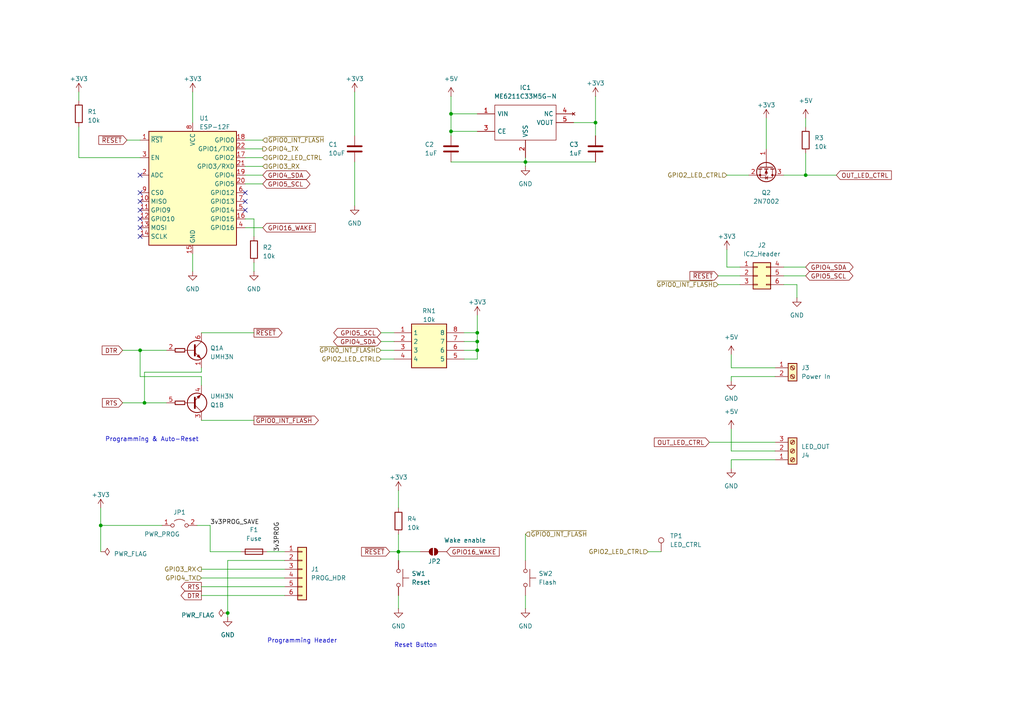
<source format=kicad_sch>
(kicad_sch (version 20231120) (generator "eeschema") (generator_version "8.0")
  (paper "A4")
  (title_block (company "chof.org"))
  (lib_symbols
    (symbol "Chof747 Voltage Regulators:ME6211C33M5G-N" (pin_names (offset 0.762))
      (property "Reference" "IC" (at 24.13 7.62 0))
      (property "Value" "ME6211C33M5G-N" (at 24.13 5.08 0))
      (symbol "ME6211C33M5G-N_0_0"
        (pin passive line (at 0 0 0) (length 5.08) (name "VIN") (number "1"))
        (pin passive line (at 13.97 -12.7 90) (length 5.08) (name "VSS") (number "2"))
        (pin passive line (at 0 -5.08 0) (length 5.08) (name "CE") (number "3"))
        (pin no_connect line (at 27.94 0 180) (length 5.08) (name "NC") (number "4"))
        (pin passive line (at 27.94 -2.54 180) (length 5.08) (name "VOUT") (number "5"))
      )
      (symbol "ME6211C33M5G-N_0_1"
        (polyline (pts (xy 5.08 2.54) (xy 22.86 2.54) (xy 22.86 -7.62) (xy 5.08 -7.62) (xy 5.08 2.54)) (stroke (width 0.1524)))
      )
    )
    (symbol "Chof747 passive:YC164-FR-0710KL"
      (property "Reference" "RN" (at 16.51 7.62 0))
      (property "Value" "YC164-FR-0710KL" (at 16.51 5.08 0))
      (symbol "YC164-FR-0710KL_1_1"
        (rectangle (start 5.08 2.54) (end 15.24 -10.16) (stroke (width 0.254)) (fill (type background)))
        (pin passive line (at 0 0 0) (length 5.08) (name "1") (number "1"))
        (pin passive line (at 0 -2.54 0) (length 5.08) (name "2") (number "2"))
        (pin passive line (at 0 -5.08 0) (length 5.08) (name "3") (number "3"))
        (pin passive line (at 0 -7.62 0) (length 5.08) (name "4") (number "4"))
        (pin passive line (at 20.32 -7.62 180) (length 5.08) (name "5") (number "5"))
        (pin passive line (at 20.32 -5.08 180) (length 5.08) (name "6") (number "6"))
        (pin passive line (at 20.32 -2.54 180) (length 5.08) (name "7") (number "7"))
        (pin passive line (at 20.32 0 180) (length 5.08) (name "8") (number "8"))
      )
    )
    (symbol "Connector:Screw_Terminal_01x02" (pin_names (offset 1.016) hide)
      (property "Reference" "J" (at 0 2.54 0))
      (property "Value" "Screw_Terminal_01x02" (at 0 -5.08 0))
      (symbol "Screw_Terminal_01x02_1_1"
        (rectangle (start -1.27 1.27) (end 1.27 -3.81) (stroke (width 0.254)) (fill (type background)))
        (circle (center 0 -2.54) (radius 0.635) (stroke (width 0.1524)))
        (polyline (pts (xy -0.5334 -2.2098) (xy 0.3302 -3.048)) (stroke (width 0.1524)))
        (polyline (pts (xy -0.5334 0.3302) (xy 0.3302 -0.508)) (stroke (width 0.1524)))
        (polyline (pts (xy -0.3556 -2.032) (xy 0.508 -2.8702)) (stroke (width 0.1524)))
        (polyline (pts (xy -0.3556 0.508) (xy 0.508 -0.3302)) (stroke (width 0.1524)))
        (circle (center 0 0) (radius 0.635) (stroke (width 0.1524)))
        (pin passive line (at -5.08 0 0) (length 3.81) (name "Pin_1") (number "1"))
        (pin passive line (at -5.08 -2.54 0) (length 3.81) (name "Pin_2") (number "2"))
      )
    )
    (symbol "Connector:Screw_Terminal_01x03" (pin_names (offset 1.016) hide)
      (property "Reference" "J" (at 0 5.08 0))
      (property "Value" "Screw_Terminal_01x03" (at 0 -5.08 0))
      (symbol "Screw_Terminal_01x03_1_1"
        (rectangle (start -1.27 3.81) (end 1.27 -3.81) (stroke (width 0.254)) (fill (type background)))
        (circle (center 0 -2.54) (radius 0.635) (stroke (width 0.1524)))
        (polyline (pts (xy -0.5334 -2.2098) (xy 0.3302 -3.048)) (stroke (width 0.1524)))
        (polyline (pts (xy -0.5334 0.3302) (xy 0.3302 -0.508)) (stroke (width 0.1524)))
        (polyline (pts (xy -0.5334 2.8702) (xy 0.3302 2.032)) (stroke (width 0.1524)))
        (polyline (pts (xy -0.3556 -2.032) (xy 0.508 -2.8702)) (stroke (width 0.1524)))
        (polyline (pts (xy -0.3556 0.508) (xy 0.508 -0.3302)) (stroke (width 0.1524)))
        (polyline (pts (xy -0.3556 3.048) (xy 0.508 2.2098)) (stroke (width 0.1524)))
        (circle (center 0 0) (radius 0.635) (stroke (width 0.1524)))
        (circle (center 0 2.54) (radius 0.635) (stroke (width 0.1524)))
        (pin passive line (at -5.08 2.54 0) (length 3.81) (name "Pin_1") (number "1"))
        (pin passive line (at -5.08 0 0) (length 3.81) (name "Pin_2") (number "2"))
        (pin passive line (at -5.08 -2.54 0) (length 3.81) (name "Pin_3") (number "3"))
      )
    )
    (symbol "Connector:TestPoint" (pin_numbers hide) (pin_names (offset 0.762) hide)
      (property "Reference" "TP" (at 0 6.858 0))
      (property "Value" "TestPoint" (at 0 5.08 0))
      (symbol "TestPoint_0_1"
        (circle (center 0 3.302) (radius 0.762))
      )
      (symbol "TestPoint_1_1"
        (pin passive line (at 0 0 90) (length 2.54) (name "1") (number "1"))
      )
    )
    (symbol "Connector_Generic:Conn_01x06" (pin_names (offset 1.016) hide)
      (property "Reference" "J" (at 0 7.62 0))
      (property "Value" "Conn_01x06" (at 0 -10.16 0))
      (symbol "Conn_01x06_1_1"
        (rectangle (start -1.27 -7.493) (end 0 -7.747) (stroke (width 0.1524)))
        (rectangle (start -1.27 -4.953) (end 0 -5.207) (stroke (width 0.1524)))
        (rectangle (start -1.27 -2.413) (end 0 -2.667) (stroke (width 0.1524)))
        (rectangle (start -1.27 0.127) (end 0 -0.127) (stroke (width 0.1524)))
        (rectangle (start -1.27 2.667) (end 0 2.413) (stroke (width 0.1524)))
        (rectangle (start -1.27 5.207) (end 0 4.953) (stroke (width 0.1524)))
        (rectangle (start -1.27 6.35) (end 1.27 -8.89) (stroke (width 0.254)) (fill (type background)))
        (pin passive line (at -5.08 5.08 0) (length 3.81) (name "Pin_1") (number "1"))
        (pin passive line (at -5.08 2.54 0) (length 3.81) (name "Pin_2") (number "2"))
        (pin passive line (at -5.08 0 0) (length 3.81) (name "Pin_3") (number "3"))
        (pin passive line (at -5.08 -2.54 0) (length 3.81) (name "Pin_4") (number "4"))
        (pin passive line (at -5.08 -5.08 0) (length 3.81) (name "Pin_5") (number "5"))
        (pin passive line (at -5.08 -7.62 0) (length 3.81) (name "Pin_6") (number "6"))
      )
    )
    (symbol "Connector_Generic:Conn_02x03_Top_Bottom" (pin_names (offset 1.016) hide)
      (property "Reference" "J" (at 1.27 5.08 0))
      (property "Value" "Conn_02x03_Top_Bottom" (at 1.27 -5.08 0))
      (symbol "Conn_02x03_Top_Bottom_1_1"
        (rectangle (start -1.27 -2.413) (end 0 -2.667) (stroke (width 0.1524)))
        (rectangle (start -1.27 0.127) (end 0 -0.127) (stroke (width 0.1524)))
        (rectangle (start -1.27 2.667) (end 0 2.413) (stroke (width 0.1524)))
        (rectangle (start -1.27 3.81) (end 3.81 -3.81) (stroke (width 0.254)) (fill (type background)))
        (rectangle (start 3.81 -2.413) (end 2.54 -2.667) (stroke (width 0.1524)))
        (rectangle (start 3.81 0.127) (end 2.54 -0.127) (stroke (width 0.1524)))
        (rectangle (start 3.81 2.667) (end 2.54 2.413) (stroke (width 0.1524)))
        (pin passive line (at -5.08 2.54 0) (length 3.81) (name "Pin_1") (number "1"))
        (pin passive line (at -5.08 0 0) (length 3.81) (name "Pin_2") (number "2"))
        (pin passive line (at -5.08 -2.54 0) (length 3.81) (name "Pin_3") (number "3"))
        (pin passive line (at 7.62 2.54 180) (length 3.81) (name "Pin_4") (number "4"))
        (pin passive line (at 7.62 0 180) (length 3.81) (name "Pin_5") (number "5"))
        (pin passive line (at 7.62 -2.54 180) (length 3.81) (name "Pin_6") (number "6"))
      )
    )
    (symbol "Device:C" (pin_numbers hide) (pin_names (offset 0.254))
      (property "Reference" "C" (at 0.635 2.54 0))
      (property "Value" "C" (at 0.635 -2.54 0))
      (symbol "C_0_1"
        (polyline (pts (xy -2.032 -0.762) (xy 2.032 -0.762)) (stroke (width 0.508)))
        (polyline (pts (xy -2.032 0.762) (xy 2.032 0.762)) (stroke (width 0.508)))
      )
      (symbol "C_1_1"
        (pin passive line (at 0 3.81 270) (length 2.794) (name "~") (number "1"))
        (pin passive line (at 0 -3.81 90) (length 2.794) (name "~") (number "2"))
      )
    )
    (symbol "Device:Fuse" (pin_numbers hide) (pin_names (offset 0))
      (property "Reference" "F" (at 2.032 0 90))
      (property "Value" "Fuse" (at -1.905 0 90))
      (symbol "Fuse_0_1"
        (rectangle (start -0.762 -2.54) (end 0.762 2.54) (stroke (width 0.254)))
        (polyline (pts (xy 0 2.54) (xy 0 -2.54)))
      )
      (symbol "Fuse_1_1"
        (pin passive line (at 0 3.81 270) (length 1.27) (name "~") (number "1"))
        (pin passive line (at 0 -3.81 90) (length 1.27) (name "~") (number "2"))
      )
    )
    (symbol "Device:R" (pin_numbers hide) (pin_names (offset 0))
      (property "Reference" "R" (at 2.032 0 90))
      (property "Value" "R" (at 0 0 90))
      (symbol "R_0_1"
        (rectangle (start -1.016 -2.54) (end 1.016 2.54) (stroke (width 0.254)))
      )
      (symbol "R_1_1"
        (pin passive line (at 0 3.81 270) (length 1.27) (name "~") (number "1"))
        (pin passive line (at 0 -3.81 90) (length 1.27) (name "~") (number "2"))
      )
    )
    (symbol "Jumper:Jumper_2_Open" (pin_names (offset 0) hide)
      (property "Reference" "JP" (at 0 2.794 0))
      (property "Value" "Jumper_2_Open" (at 0 -2.286 0))
      (symbol "Jumper_2_Open_0_0"
        (circle (center -2.032 0) (radius 0.508))
        (circle (center 2.032 0) (radius 0.508))
      )
      (symbol "Jumper_2_Open_0_1"
        (arc (start 1.524 1.27) (mid 0 1.778) (end -1.524 1.27))
      )
      (symbol "Jumper_2_Open_1_1"
        (pin passive line (at -5.08 0 0) (length 2.54) (name "A") (number "1"))
        (pin passive line (at 5.08 0 180) (length 2.54) (name "B") (number "2"))
      )
    )
    (symbol "Jumper:SolderJumper_2_Open" (pin_numbers hide) (pin_names (offset 0) hide) (exclude_from_sim yes) (in_bom no)
      (property "Reference" "JP" (at 0 2.032 0))
      (property "Value" "SolderJumper_2_Open" (at 0 -2.54 0))
      (symbol "SolderJumper_2_Open_0_1"
        (arc (start -0.254 1.016) (mid -1.2656 0) (end -0.254 -1.016))
        (arc (start -0.254 1.016) (mid -1.2656 0) (end -0.254 -1.016) (fill (type outline)))
        (polyline (pts (xy -0.254 1.016) (xy -0.254 -1.016)))
        (polyline (pts (xy 0.254 1.016) (xy 0.254 -1.016)))
        (arc (start 0.254 -1.016) (mid 1.2656 0) (end 0.254 1.016))
        (arc (start 0.254 -1.016) (mid 1.2656 0) (end 0.254 1.016) (fill (type outline)))
      )
      (symbol "SolderJumper_2_Open_1_1"
        (pin passive line (at -3.81 0 0) (length 2.54) (name "A") (number "1"))
        (pin passive line (at 3.81 0 180) (length 2.54) (name "B") (number "2"))
      )
    )
    (symbol "RF_Module:ESP-12F"
      (property "Reference" "U" (at -12.7 19.05 0))
      (property "Value" "ESP-12F" (at 12.7 19.05 0))
      (symbol "ESP-12F_0_1"
        (rectangle (start -12.7 17.78) (end 12.7 -15.24) (stroke (width 0.254)) (fill (type background)))
      )
      (symbol "ESP-12F_1_1"
        (pin input line (at -15.24 15.24 0) (length 2.54) (name "~{RST}") (number "1"))
        (pin bidirectional line (at -15.24 -2.54 0) (length 2.54) (name "MISO") (number "10"))
        (pin bidirectional line (at -15.24 -5.08 0) (length 2.54) (name "GPIO9") (number "11"))
        (pin bidirectional line (at -15.24 -7.62 0) (length 2.54) (name "GPIO10") (number "12"))
        (pin bidirectional line (at -15.24 -10.16 0) (length 2.54) (name "MOSI") (number "13"))
        (pin bidirectional line (at -15.24 -12.7 0) (length 2.54) (name "SCLK") (number "14"))
        (pin power_in line (at 0 -17.78 90) (length 2.54) (name "GND") (number "15"))
        (pin bidirectional line (at 15.24 -7.62 180) (length 2.54) (name "GPIO15") (number "16"))
        (pin bidirectional line (at 15.24 10.16 180) (length 2.54) (name "GPIO2") (number "17"))
        (pin bidirectional line (at 15.24 15.24 180) (length 2.54) (name "GPIO0") (number "18"))
        (pin bidirectional line (at 15.24 5.08 180) (length 2.54) (name "GPIO4") (number "19"))
        (pin input line (at -15.24 5.08 0) (length 2.54) (name "ADC") (number "2"))
        (pin bidirectional line (at 15.24 2.54 180) (length 2.54) (name "GPIO5") (number "20"))
        (pin bidirectional line (at 15.24 7.62 180) (length 2.54) (name "GPIO3/RXD") (number "21"))
        (pin bidirectional line (at 15.24 12.7 180) (length 2.54) (name "GPIO1/TXD") (number "22"))
        (pin input line (at -15.24 10.16 0) (length 2.54) (name "EN") (number "3"))
        (pin bidirectional line (at 15.24 -10.16 180) (length 2.54) (name "GPIO16") (number "4"))
        (pin bidirectional line (at 15.24 -5.08 180) (length 2.54) (name "GPIO14") (number "5"))
        (pin bidirectional line (at 15.24 0 180) (length 2.54) (name "GPIO12") (number "6"))
        (pin bidirectional line (at 15.24 -2.54 180) (length 2.54) (name "GPIO13") (number "7"))
        (pin power_in line (at 0 20.32 270) (length 2.54) (name "VCC") (number "8"))
        (pin input line (at -15.24 0 0) (length 2.54) (name "CS0") (number "9"))
      )
    )
    (symbol "Switch:SW_Push" (pin_numbers hide) (pin_names (offset 1.016) hide)
      (property "Reference" "SW" (at 1.27 2.54 0))
      (property "Value" "SW_Push" (at 0 -1.524 0))
      (symbol "SW_Push_0_1"
        (circle (center -2.032 0) (radius 0.508))
        (polyline (pts (xy 0 1.27) (xy 0 3.048)))
        (polyline (pts (xy 2.54 1.27) (xy -2.54 1.27)))
        (circle (center 2.032 0) (radius 0.508))
        (pin passive line (at -5.08 0 0) (length 2.54) (name "1") (number "1"))
        (pin passive line (at 5.08 0 180) (length 2.54) (name "2") (number "2"))
      )
    )
    (symbol "Transistor_BJT:UMH3N" (pin_names hide)
      (property "Reference" "Q" (at 7.62 1.27 0))
      (property "Value" "UMH3N" (at 7.62 -1.27 0))
      (symbol "UMH3N_0_1"
        (polyline (pts (xy 3.175 0) (xy 0.254 0)))
        (polyline (pts (xy 3.175 0.635) (xy 5.08 2.54)))
        (polyline (pts (xy 3.175 1.524) (xy 3.175 -1.524)) (stroke (width 0.508)))
        (polyline (pts (xy 3.175 -0.635) (xy 5.08 -2.54) (xy 5.08 -2.54)))
        (polyline (pts (xy 3.81 -1.778) (xy 4.318 -1.27) (xy 4.826 -2.286) (xy 3.81 -1.778) (xy 3.81 -1.778)) (fill (type outline)))
        (rectangle (start 0.254 0.508) (end -2.54 -0.508) (stroke (width 0.254)))
        (circle (center 3.81 0) (radius 2.8194) (stroke (width 0.254)))
      )
      (symbol "UMH3N_1_1"
        (pin passive line (at 5.08 -5.08 90) (length 2.54) (name "E1") (number "1"))
        (pin input line (at -5.08 0 0) (length 2.54) (name "B1") (number "2"))
        (pin passive line (at 5.08 5.08 270) (length 2.54) (name "C1") (number "6"))
      )
      (symbol "UMH3N_2_1"
        (pin passive line (at 5.08 5.08 270) (length 2.54) (name "C2") (number "3"))
        (pin passive line (at 5.08 -5.08 90) (length 2.54) (name "E2") (number "4"))
        (pin input line (at -5.08 0 0) (length 2.54) (name "B2") (number "5"))
      )
    )
    (symbol "Transistor_FET:2N7002" (pin_names hide)
      (property "Reference" "Q" (at 5.08 1.905 0))
      (property "Value" "2N7002" (at 5.08 0 0))
      (symbol "2N7002_0_1"
        (polyline (pts (xy 0.254 0) (xy -2.54 0)))
        (polyline (pts (xy 0.254 1.905) (xy 0.254 -1.905)) (stroke (width 0.254)))
        (polyline (pts (xy 0.762 -1.27) (xy 0.762 -2.286)) (stroke (width 0.254)))
        (polyline (pts (xy 0.762 0.508) (xy 0.762 -0.508)) (stroke (width 0.254)))
        (polyline (pts (xy 0.762 2.286) (xy 0.762 1.27)) (stroke (width 0.254)))
        (polyline (pts (xy 2.54 2.54) (xy 2.54 1.778)))
        (polyline (pts (xy 2.54 -2.54) (xy 2.54 0) (xy 0.762 0)))
        (polyline (pts (xy 0.762 -1.778) (xy 3.302 -1.778) (xy 3.302 1.778) (xy 0.762 1.778)))
        (polyline (pts (xy 1.016 0) (xy 2.032 0.381) (xy 2.032 -0.381) (xy 1.016 0)) (fill (type outline)))
        (polyline (pts (xy 2.794 0.508) (xy 2.921 0.381) (xy 3.683 0.381) (xy 3.81 0.254)))
        (polyline (pts (xy 3.302 0.381) (xy 2.921 -0.254) (xy 3.683 -0.254) (xy 3.302 0.381)))
        (circle (center 1.651 0) (radius 2.794) (stroke (width 0.254)))
        (circle (center 2.54 -1.778) (radius 0.254) (fill (type outline)))
        (circle (center 2.54 1.778) (radius 0.254) (fill (type outline)))
      )
      (symbol "2N7002_1_1"
        (pin input line (at -5.08 0 0) (length 2.54) (name "G") (number "1"))
        (pin passive line (at 2.54 -5.08 90) (length 2.54) (name "S") (number "2"))
        (pin passive line (at 2.54 5.08 270) (length 2.54) (name "D") (number "3"))
      )
    )
    (symbol "power:+3V3" (power) (pin_numbers hide) (pin_names (offset 0) hide)
      (property "Value" "+3V3" (at 0 3.556 0))
      (symbol "+3V3_0_1"
        (polyline (pts (xy -0.762 1.27) (xy 0 2.54)))
        (polyline (pts (xy 0 0) (xy 0 2.54)))
        (polyline (pts (xy 0 2.54) (xy 0.762 1.27)))
      )
      (symbol "+3V3_1_1"
        (pin power_in line (at 0 0 90) (length 0) (name "~") (number "1"))
      )
    )
    (symbol "power:+5V" (power) (pin_numbers hide) (pin_names (offset 0) hide)
      (property "Value" "+5V" (at 0 3.556 0))
      (symbol "+5V_0_1"
        (polyline (pts (xy -0.762 1.27) (xy 0 2.54)))
        (polyline (pts (xy 0 0) (xy 0 2.54)))
        (polyline (pts (xy 0 2.54) (xy 0.762 1.27)))
      )
      (symbol "+5V_1_1"
        (pin power_in line (at 0 0 90) (length 0) (name "~") (number "1"))
      )
    )
    (symbol "power:GND" (power) (pin_numbers hide) (pin_names (offset 0) hide)
      (property "Value" "GND" (at 0 -3.81 0))
      (symbol "GND_0_1"
        (polyline (pts (xy 0 0) (xy 0 -1.27) (xy 1.27 -1.27) (xy 0 -2.54) (xy -1.27 -1.27) (xy 0 -1.27)))
      )
      (symbol "GND_1_1"
        (pin power_in line (at 0 0 270) (length 0) (name "~") (number "1"))
      )
    )
    (symbol "power:PWR_FLAG" (power) (pin_numbers hide) (pin_names (offset 0) hide)
      (property "Value" "PWR_FLAG" (at 0 3.81 0))
      (symbol "PWR_FLAG_0_0"
        (pin power_out line (at 0 0 90) (length 0) (name "~") (number "1"))
      )
      (symbol "PWR_FLAG_0_1"
        (polyline (pts (xy 0 0) (xy 0 1.27) (xy -1.016 1.905) (xy 0 2.54) (xy 1.016 1.905) (xy 0 1.27)))
      )
    )
  )
  (junction (at 40.64 101.6))
  (junction (at 152.4 46.99))
  (junction (at 130.81 33.02))
  (junction (at 130.81 38.1))
  (junction (at 138.43 96.52))
  (junction (at 41.91 116.84))
  (junction (at 138.43 99.06))
  (junction (at 66.04 177.8))
  (junction (at 115.57 160.02))
  (junction (at 233.68 50.8))
  (junction (at 29.21 152.4))
  (junction (at 138.43 101.6))
  (junction (at 172.72 35.56))
  (no_connect (at 40.64 68.58))
  (no_connect (at 71.12 58.42))
  (no_connect (at 40.64 55.88))
  (no_connect (at 40.64 63.5))
  (no_connect (at 40.64 50.8))
  (no_connect (at 40.64 60.96))
  (no_connect (at 40.64 58.42))
  (no_connect (at 71.12 60.96))
  (no_connect (at 71.12 55.88))
  (no_connect (at 40.64 66.04))
  (wire (pts (xy 227.33 80.01) (xy 233.68 80.01)))
  (wire (pts (xy 40.64 101.6) (xy 40.64 109.22)))
  (wire (pts (xy 58.42 106.68) (xy 58.42 107.95)))
  (wire (pts (xy 35.56 116.84) (xy 41.91 116.84)))
  (wire (pts (xy 71.12 50.8) (xy 76.2 50.8)))
  (wire (pts (xy 227.33 77.47) (xy 233.68 77.47)))
  (wire (pts (xy 115.57 160.02) (xy 115.57 162.56)))
  (wire (pts (xy 210.82 77.47) (xy 214.63 77.47)))
  (wire (pts (xy 227.33 82.55) (xy 231.14 82.55)))
  (wire (pts (xy 41.91 116.84) (xy 48.26 116.84)))
  (wire (pts (xy 138.43 96.52) (xy 138.43 91.44)))
  (wire (pts (xy 233.68 50.8) (xy 242.57 50.8)))
  (wire (pts (xy 71.12 40.64) (xy 76.2 40.64)))
  (wire (pts (xy 41.91 107.95) (xy 58.42 107.95)))
  (wire (pts (xy 29.21 152.4) (xy 29.21 160.02)))
  (wire (pts (xy 71.12 48.26) (xy 76.2 48.26)))
  (wire (pts (xy 212.09 106.68) (xy 224.79 106.68)))
  (wire (pts (xy 212.09 110.49) (xy 212.09 109.22)))
  (wire (pts (xy 29.21 152.4) (xy 46.99 152.4)))
  (wire (pts (xy 29.21 147.32) (xy 29.21 152.4)))
  (wire (pts (xy 115.57 172.72) (xy 115.57 176.53)))
  (wire (pts (xy 113.03 160.02) (xy 115.57 160.02)))
  (wire (pts (xy 66.04 162.56) (xy 82.55 162.56)))
  (wire (pts (xy 58.42 165.1) (xy 82.55 165.1)))
  (wire (pts (xy 115.57 154.94) (xy 115.57 160.02)))
  (wire (pts (xy 71.12 63.5) (xy 73.66 63.5)))
  (wire (pts (xy 172.72 27.94) (xy 172.72 35.56)))
  (wire (pts (xy 55.88 26.67) (xy 55.88 35.56)))
  (wire (pts (xy 152.4 46.99) (xy 172.72 46.99)))
  (wire (pts (xy 130.81 27.94) (xy 130.81 33.02)))
  (wire (pts (xy 58.42 121.92) (xy 73.66 121.92)))
  (wire (pts (xy 36.83 40.64) (xy 40.64 40.64)))
  (wire (pts (xy 71.12 53.34) (xy 76.2 53.34)))
  (wire (pts (xy 71.12 45.72) (xy 76.2 45.72)))
  (wire (pts (xy 58.42 167.64) (xy 82.55 167.64)))
  (wire (pts (xy 152.4 154.94) (xy 152.4 162.56)))
  (wire (pts (xy 134.62 99.06) (xy 138.43 99.06)))
  (wire (pts (xy 231.14 82.55) (xy 231.14 86.36)))
  (wire (pts (xy 60.96 152.4) (xy 57.15 152.4)))
  (wire (pts (xy 212.09 135.89) (xy 212.09 133.35)))
  (wire (pts (xy 115.57 142.24) (xy 115.57 147.32)))
  (wire (pts (xy 73.66 63.5) (xy 73.66 68.58)))
  (wire (pts (xy 130.81 46.99) (xy 152.4 46.99)))
  (wire (pts (xy 212.09 102.87) (xy 212.09 106.68)))
  (wire (pts (xy 210.82 72.39) (xy 210.82 77.47)))
  (wire (pts (xy 187.96 160.02) (xy 191.77 160.02)))
  (wire (pts (xy 208.28 82.55) (xy 214.63 82.55)))
  (wire (pts (xy 58.42 109.22) (xy 58.42 111.76)))
  (wire (pts (xy 205.74 128.27) (xy 224.79 128.27)))
  (wire (pts (xy 22.86 36.83) (xy 22.86 45.72)))
  (wire (pts (xy 212.09 109.22) (xy 224.79 109.22)))
  (wire (pts (xy 66.04 177.8) (xy 66.04 179.07)))
  (wire (pts (xy 71.12 66.04) (xy 76.2 66.04)))
  (wire (pts (xy 22.86 29.21) (xy 22.86 26.67)))
  (wire (pts (xy 138.43 99.06) (xy 138.43 96.52)))
  (wire (pts (xy 35.56 101.6) (xy 40.64 101.6)))
  (wire (pts (xy 110.49 99.06) (xy 114.3 99.06)))
  (wire (pts (xy 66.04 162.56) (xy 66.04 177.8)))
  (wire (pts (xy 152.4 45.72) (xy 152.4 46.99)))
  (wire (pts (xy 58.42 170.18) (xy 82.55 170.18)))
  (wire (pts (xy 130.81 38.1) (xy 130.81 39.37)))
  (wire (pts (xy 22.86 45.72) (xy 40.64 45.72)))
  (wire (pts (xy 130.81 33.02) (xy 138.43 33.02)))
  (wire (pts (xy 77.47 160.02) (xy 82.55 160.02)))
  (wire (pts (xy 134.62 104.14) (xy 138.43 104.14)))
  (wire (pts (xy 212.09 124.46) (xy 212.09 130.81)))
  (wire (pts (xy 102.87 46.99) (xy 102.87 59.69)))
  (wire (pts (xy 152.4 172.72) (xy 152.4 176.53)))
  (wire (pts (xy 233.68 50.8) (xy 227.33 50.8)))
  (wire (pts (xy 58.42 96.52) (xy 73.66 96.52)))
  (wire (pts (xy 58.42 172.72) (xy 82.55 172.72)))
  (wire (pts (xy 60.96 152.4) (xy 60.96 160.02)))
  (wire (pts (xy 115.57 160.02) (xy 121.92 160.02)))
  (wire (pts (xy 212.09 133.35) (xy 224.79 133.35)))
  (wire (pts (xy 210.82 50.8) (xy 217.17 50.8)))
  (wire (pts (xy 134.62 96.52) (xy 138.43 96.52)))
  (wire (pts (xy 138.43 38.1) (xy 130.81 38.1)))
  (wire (pts (xy 71.12 43.18) (xy 76.2 43.18)))
  (wire (pts (xy 110.49 104.14) (xy 114.3 104.14)))
  (wire (pts (xy 172.72 35.56) (xy 172.72 39.37)))
  (wire (pts (xy 233.68 44.45) (xy 233.68 50.8)))
  (wire (pts (xy 55.88 73.66) (xy 55.88 78.74)))
  (wire (pts (xy 138.43 101.6) (xy 138.43 99.06)))
  (wire (pts (xy 41.91 107.95) (xy 41.91 116.84)))
  (wire (pts (xy 110.49 101.6) (xy 114.3 101.6)))
  (wire (pts (xy 73.66 76.2) (xy 73.66 78.74)))
  (wire (pts (xy 208.28 80.01) (xy 214.63 80.01)))
  (wire (pts (xy 60.96 160.02) (xy 69.85 160.02)))
  (wire (pts (xy 152.4 46.99) (xy 152.4 48.26)))
  (wire (pts (xy 110.49 96.52) (xy 114.3 96.52)))
  (wire (pts (xy 166.37 35.56) (xy 172.72 35.56)))
  (wire (pts (xy 40.64 109.22) (xy 58.42 109.22)))
  (wire (pts (xy 212.09 130.81) (xy 224.79 130.81)))
  (wire (pts (xy 134.62 101.6) (xy 138.43 101.6)))
  (wire (pts (xy 222.25 34.29) (xy 222.25 43.18)))
  (wire (pts (xy 40.64 101.6) (xy 48.26 101.6)))
  (wire (pts (xy 138.43 104.14) (xy 138.43 101.6)))
  (wire (pts (xy 233.68 34.29) (xy 233.68 36.83)))
  (wire (pts (xy 130.81 38.1) (xy 130.81 33.02)))
  (wire (pts (xy 102.87 26.67) (xy 102.87 39.37)))
  (text "Programming & Auto-Reset" (at 30.48 128.27 0) (effects (font (size 1.27 1.27)) (justify left bottom)))
  (text "Reset Button" (at 114.3 187.96 0) (effects (font (size 1.27 1.27)) (justify left bottom)))
  (text "Programming Header" (at 77.47 186.69 0) (effects (font (size 1.27 1.27)) (justify left bottom)))
  (label "3v3PROG_SAVE" (at 60.96 152.4 0))
  (label "3v3PROG" (at 81.28 160.02 90))
  (global_label "GPIO5_SCL" (shape bidirectional) (at 110.49 96.52 180) (property "Intersheetrefs" "${INTERSHEET_REFS}" (effects (hide yes))))
  (global_label "~{GPIO0_INT_FLASH}" (shape output) (at 73.66 121.92 0) (property "Intersheetrefs" "${INTERSHEET_REFS}" (effects (hide yes))))
  (global_label "OUT_LED_CTRL" (shape input) (at 242.57 50.8 0) (property "Intersheetrefs" "${INTERSHEET_REFS}" (effects (hide yes))))
  (global_label "~{RESET}" (shape input) (at 113.03 160.02 180) (property "Intersheetrefs" "${INTERSHEET_REFS}" (effects (hide yes))))
  (global_label "DTR" (shape input) (at 35.56 101.6 180) (property "Intersheetrefs" "${INTERSHEET_REFS}" (effects (hide yes))))
  (global_label "GPIO4_SDA" (shape bidirectional) (at 233.68 77.47 0) (property "Intersheetrefs" "${INTERSHEET_REFS}" (effects (hide yes))))
  (global_label "OUT_LED_CTRL" (shape input) (at 205.74 128.27 180) (property "Intersheetrefs" "${INTERSHEET_REFS}" (effects (hide yes))))
  (global_label "RTS" (shape output) (at 58.42 170.18 180) (property "Intersheetrefs" "${INTERSHEET_REFS}" (effects (hide yes))))
  (global_label "RTS" (shape input) (at 35.56 116.84 180) (property "Intersheetrefs" "${INTERSHEET_REFS}" (effects (hide yes))))
  (global_label "~{RESET}" (shape input) (at 36.83 40.64 180) (property "Intersheetrefs" "${INTERSHEET_REFS}" (effects (hide yes))))
  (global_label "DTR" (shape output) (at 58.42 172.72 180) (property "Intersheetrefs" "${INTERSHEET_REFS}" (effects (hide yes))))
  (global_label "GPIO16_WAKE" (shape input) (at 129.54 160.02 0) (property "Intersheetrefs" "${INTERSHEET_REFS}" (effects (hide yes))))
  (global_label "~{RESET}" (shape input) (at 208.28 80.01 180) (property "Intersheetrefs" "${INTERSHEET_REFS}" (effects (hide yes))))
  (global_label "GPIO4_SDA" (shape bidirectional) (at 110.49 99.06 180) (property "Intersheetrefs" "${INTERSHEET_REFS}" (effects (hide yes))))
  (global_label "GPIO5_SCL" (shape bidirectional) (at 76.2 53.34 0) (property "Intersheetrefs" "${INTERSHEET_REFS}" (effects (hide yes))))
  (global_label "~{RESET}" (shape output) (at 73.66 96.52 0) (property "Intersheetrefs" "${INTERSHEET_REFS}" (effects (hide yes))))
  (global_label "GPIO4_SDA" (shape bidirectional) (at 76.2 50.8 0) (property "Intersheetrefs" "${INTERSHEET_REFS}" (effects (hide yes))))
  (global_label "GPIO5_SCL" (shape bidirectional) (at 233.68 80.01 0) (property "Intersheetrefs" "${INTERSHEET_REFS}" (effects (hide yes))))
  (global_label "GPIO16_WAKE" (shape input) (at 76.2 66.04 0) (property "Intersheetrefs" "${INTERSHEET_REFS}" (effects (hide yes))))
  (hierarchical_label "GPIO2_LED_CTRL" (shape input) (at 187.96 160.02 180))
  (hierarchical_label "~{GPIO0_INT_FLASH}" (shape input) (at 76.2 40.64 0))
  (hierarchical_label "GPIO2_LED_CTRL" (shape input) (at 110.49 104.14 180))
  (hierarchical_label "GPIO4_TX" (shape input) (at 58.42 167.64 180))
  (hierarchical_label "GPIO4_TX" (shape output) (at 76.2 43.18 0))
  (hierarchical_label "GPIO2_LED_CTRL" (shape input) (at 76.2 45.72 0))
  (hierarchical_label "GPIO3_RX" (shape output) (at 58.42 165.1 180))
  (hierarchical_label "GPIO3_RX" (shape input) (at 76.2 48.26 0))
  (hierarchical_label "~{GPIO0_INT_FLASH}" (shape input) (at 208.28 82.55 180))
  (hierarchical_label "~{GPIO0_INT_FLASH}" (shape input) (at 152.4 154.94 0))
  (hierarchical_label "~{GPIO0_INT_FLASH}" (shape input) (at 110.49 101.6 180))
  (hierarchical_label "GPIO2_LED_CTRL" (shape input) (at 210.82 50.8 180))
  (symbol (lib_id "Jumper:SolderJumper_2_Open") (at 125.73 160.02 0) (unit 1) (exclude_from_sim yes) (in_bom no)
    (property "Reference" "JP2" (at 125.984 162.814 0))
    (property "Value" "Wake enable" (at 134.874 156.718 0))
    (property "Footprint" "Jumper:SolderJumper-2_P1.3mm_Open_Pad1.0x1.5mm" (effects (hide yes)))
    (property "Description" "Solder Jumper, 2-pole, open" (effects (hide yes)))
  )
  (symbol (lib_id "power:+3V3") (at 102.87 26.67 0) (unit 1)
    (property "Reference" "#PWR05" (effects (hide yes)))
    (property "Value" "+3V3" (at 102.87 22.86 0))
    (property "Description" "Power symbol creates a global label with name \"+3V3\"" (effects (hide yes)))
  )
  (symbol (lib_id "Device:C") (at 172.72 43.18 0) (unit 1)
    (property "Reference" "C3" (at 165.1 41.91 0) (effects (justify left)))
    (property "Value" "1uF" (at 165.1 44.45 0) (effects (justify left)))
    (property "Footprint" "Capacitor_SMD:C_0603_1608Metric_Pad1.08x0.95mm_HandSolder" (effects (hide yes)))
    (property "Description" "Unpolarized capacitor" (effects (hide yes)))
  )
  (symbol (lib_id "power:GND") (at 115.57 176.53 0) (unit 1)
    (property "Reference" "#PWR016" (effects (hide yes)))
    (property "Value" "GND" (at 115.57 181.61 0))
    (property "Description" "Power symbol creates a global label with name \"GND\" , ground" (effects (hide yes)))
  )
  (symbol (lib_id "power:GND") (at 212.09 110.49 0) (unit 1)
    (property "Reference" "#PWR021" (effects (hide yes)))
    (property "Value" "GND" (at 212.09 115.57 0))
    (property "Description" "Power symbol creates a global label with name \"GND\" , ground" (effects (hide yes)))
  )
  (symbol (lib_id "Transistor_BJT:UMH3N") (at 53.34 116.84 0) (mirror x) (unit 2)
    (property "Reference" "Q1" (at 60.96 117.475 0) (effects (justify left)))
    (property "Value" "UMH3N" (at 60.96 114.935 0) (effects (justify left)))
    (property "Footprint" "Package_TO_SOT_SMD:SOT-363_SC-70-6" (effects (hide yes)))
    (property "Datasheet" "http://rohmfs.rohm.com/en/products/databook/datasheet/discrete/transistor/digital/emh3t2r-e.pdf" (effects (hide yes)))
    (property "Description" "0.1A Ic, 50V Vce, Dual NPN Input Resistor Transistors, SOT-363" (effects (hide yes)))
  )
  (symbol (lib_id "Switch:SW_Push") (at 115.57 167.64 270) (unit 1)
    (property "Reference" "SW1" (at 119.38 166.3699 90) (effects (justify left)))
    (property "Value" "Reset" (at 119.38 168.9099 90) (effects (justify left)))
    (property "Footprint" "Chof747 Footprints:KEY-SMD_L3.9-W3.0-LS5.0-EH" (effects (hide yes)))
    (property "Description" "Push button switch, generic, two pins" (effects (hide yes)))
  )
  (symbol (lib_id "power:GND") (at 55.88 78.74 0) (unit 1)
    (property "Reference" "#PWR03" (effects (hide yes)))
    (property "Value" "GND" (at 55.88 83.82 0))
    (property "Description" "Power symbol creates a global label with name \"GND\" , ground" (effects (hide yes)))
  )
  (symbol (lib_id "Device:R") (at 233.68 40.64 0) (unit 1)
    (property "Reference" "R3" (at 236.22 40.005 0) (effects (justify left)))
    (property "Value" "10k" (at 236.22 42.545 0) (effects (justify left)))
    (property "Footprint" "Resistor_SMD:R_0603_1608Metric_Pad0.98x0.95mm_HandSolder" (effects (hide yes)))
    (property "Description" "Resistor" (effects (hide yes)))
  )
  (symbol (lib_id "power:+5V") (at 130.81 27.94 0) (unit 1)
    (property "Reference" "#PWR010" (effects (hide yes)))
    (property "Value" "+5V" (at 130.81 22.86 0))
    (property "Description" "Power symbol creates a global label with name \"+5V\"" (effects (hide yes)))
  )
  (symbol (lib_id "power:GND") (at 212.09 135.89 0) (unit 1)
    (property "Reference" "#PWR023" (effects (hide yes)))
    (property "Value" "GND" (at 212.09 140.97 0))
    (property "Description" "Power symbol creates a global label with name \"GND\" , ground" (effects (hide yes)))
  )
  (symbol (lib_id "Device:R") (at 22.86 33.02 0) (unit 1)
    (property "Reference" "R1" (at 25.4 32.385 0) (effects (justify left)))
    (property "Value" "10k" (at 25.4 34.925 0) (effects (justify left)))
    (property "Footprint" "Resistor_SMD:R_0603_1608Metric_Pad0.98x0.95mm_HandSolder" (effects (hide yes)))
    (property "Description" "Resistor" (effects (hide yes)))
  )
  (symbol (lib_id "Device:C") (at 130.81 43.18 0) (unit 1)
    (property "Reference" "C2" (at 123.19 41.91 0) (effects (justify left)))
    (property "Value" "1uF" (at 123.19 44.45 0) (effects (justify left)))
    (property "Footprint" "Capacitor_SMD:C_0603_1608Metric_Pad1.08x0.95mm_HandSolder" (effects (hide yes)))
    (property "Description" "Unpolarized capacitor" (effects (hide yes)))
  )
  (symbol (lib_id "power:GND") (at 231.14 86.36 0) (unit 1)
    (property "Reference" "#PWR019" (effects (hide yes)))
    (property "Value" "GND" (at 231.14 91.44 0))
    (property "Description" "Power symbol creates a global label with name \"GND\" , ground" (effects (hide yes)))
  )
  (symbol (lib_id "power:GND") (at 102.87 59.69 0) (unit 1)
    (property "Reference" "#PWR06" (effects (hide yes)))
    (property "Value" "GND" (at 102.87 64.77 0))
    (property "Description" "Power symbol creates a global label with name \"GND\" , ground" (effects (hide yes)))
  )
  (symbol (lib_id "power:GND") (at 73.66 78.74 0) (unit 1)
    (property "Reference" "#PWR04" (effects (hide yes)))
    (property "Value" "GND" (at 73.66 83.82 0))
    (property "Description" "Power symbol creates a global label with name \"GND\" , ground" (effects (hide yes)))
  )
  (symbol (lib_id "power:+3V3") (at 115.57 142.24 0) (unit 1)
    (property "Reference" "#PWR015" (effects (hide yes)))
    (property "Value" "+3V3" (at 115.57 138.43 0))
    (property "Description" "Power symbol creates a global label with name \"+3V3\"" (effects (hide yes)))
  )
  (symbol (lib_id "RF_Module:ESP-12F") (at 55.88 55.88 0) (unit 1)
    (property "Reference" "U1" (at 57.8359 34.29 0) (effects (justify left)))
    (property "Value" "ESP-12F" (at 57.8359 36.83 0) (effects (justify left)))
    (property "Footprint" "RF_Module:ESP-12E" (effects (hide yes)))
    (property "Datasheet" "http://wiki.ai-thinker.com/_media/esp8266/esp8266_series_modules_user_manual_v1.1.pdf" (effects (hide yes)))
    (property "Description" "802.11 b/g/n Wi-Fi Module" (effects (hide yes)))
  )
  (symbol (lib_id "power:PWR_FLAG") (at 29.21 160.02 270) (unit 1)
    (property "Reference" "#FLG01" (effects (hide yes)))
    (property "Value" "PWR_FLAG" (at 33.02 160.655 90) (effects (justify left)))
    (property "Description" "Special symbol for telling ERC where power comes from" (effects (hide yes)))
  )
  (symbol (lib_id "power:+3V3") (at 210.82 72.39 0) (unit 1)
    (property "Reference" "#PWR018" (effects (hide yes)))
    (property "Value" "+3V3" (at 210.82 68.58 0))
    (property "Description" "Power symbol creates a global label with name \"+3V3\"" (effects (hide yes)))
  )
  (symbol (lib_id "power:+5V") (at 212.09 124.46 0) (unit 1)
    (property "Reference" "#PWR022" (effects (hide yes)))
    (property "Value" "+5V" (at 212.09 119.38 0))
    (property "Description" "Power symbol creates a global label with name \"+5V\"" (effects (hide yes)))
  )
  (symbol (lib_id "power:+3V3") (at 172.72 27.94 0) (unit 1)
    (property "Reference" "#PWR011" (effects (hide yes)))
    (property "Value" "+3V3" (at 172.72 24.13 0))
    (property "Description" "Power symbol creates a global label with name \"+3V3\"" (effects (hide yes)))
  )
  (symbol (lib_id "Connector:Screw_Terminal_01x02") (at 229.87 106.68 0) (unit 1)
    (property "Reference" "J3" (at 232.41 106.6799 0) (effects (justify left)))
    (property "Value" "Power In" (at 232.41 109.2199 0) (effects (justify left)))
    (property "Footprint" "TerminalBlock:TerminalBlock_bornier-2_P5.08mm" (effects (hide yes)))
    (property "Description" "Generic screw terminal, single row, 01x02, script generated (kicad-library-utils/schlib/autogen/connector/)" (effects (hide yes)))
  )
  (symbol (lib_id "Chof747 passive:YC164-FR-0710KL") (at 114.3 96.52 0) (unit 1)
    (property "Reference" "RN1" (at 124.46 90.17 0))
    (property "Value" "10k" (at 124.46 92.71 0))
    (property "Footprint" "YC164JR07220RL" (effects (hide yes)))
    (property "Datasheet" "https://www.mouser.com/datasheet/2/447/PYu-YC_TC_group_51_RoHS_L_7-1313905.pdf" (effects (hide yes)))
    (property "Description" "YAGEO - YC164-FR-0710KL - RESISTOR, ARRAY, 1% 10K" (effects (hide yes)))
    (property "Height" "0" (effects (hide yes)))
    (property "Manufacturer_Name" "KEMET" (effects (hide yes)))
    (property "Manufacturer_Part_Number" "YC164-FR-0710KL" (effects (hide yes)))
    (property "Mouser Part Number" "603-YC164-FR-0710KL" (effects (hide yes)))
    (property "Mouser Price/Stock" "https://www.mouser.co.uk/ProductDetail/Yageo/YC164-FR-0710KL/?qs=8cPjvKtxWv4rLfyjGsoQQw%3D%3D" (effects (hide yes)))
    (property "Arrow Part Number" "YC164-FR-0710KL" (effects (hide yes)))
    (property "Arrow Price/Stock" "https://www.arrow.com/en/products/yc164-fr-0710kl/yageo?region=nac" (effects (hide yes)))
  )
  (symbol (lib_id "Connector_Generic:Conn_02x03_Top_Bottom") (at 219.71 80.01 0) (unit 1)
    (property "Reference" "J2" (at 220.98 71.12 0))
    (property "Value" "IC2_Header" (at 220.98 73.66 0))
    (property "Footprint" "Chof747 Connectors:HDR-TH_6P-P2.54-V-F-R2-C3-S2.54-4" (effects (hide yes)))
    (property "Description" "Generic connector, double row, 02x03, top/bottom pin numbering scheme (row 1: 1...pins_per_row, row2: pins_per_row+1 ... num_pins), script generated (kicad-library-utils/schlib/autogen/connector/)" (effects (hide yes)))
  )
  (symbol (lib_id "power:+3V3") (at 29.21 147.32 0) (unit 1)
    (property "Reference" "#PWR013" (effects (hide yes)))
    (property "Value" "+3V3" (at 29.21 143.51 0))
    (property "Description" "Power symbol creates a global label with name \"+3V3\"" (effects (hide yes)))
  )
  (symbol (lib_id "Switch:SW_Push") (at 152.4 167.64 270) (unit 1)
    (property "Reference" "SW2" (at 156.21 166.3699 90) (effects (justify left)))
    (property "Value" "Flash" (at 156.21 168.9099 90) (effects (justify left)))
    (property "Footprint" "Chof747 Footprints:KEY-SMD_L3.9-W3.0-LS5.0-EH" (effects (hide yes)))
    (property "Description" "Push button switch, generic, two pins" (effects (hide yes)))
  )
  (symbol (lib_id "power:+5V") (at 212.09 102.87 0) (unit 1)
    (property "Reference" "#PWR020" (effects (hide yes)))
    (property "Value" "+5V" (at 212.09 97.79 0))
    (property "Description" "Power symbol creates a global label with name \"+5V\"" (effects (hide yes)))
  )
  (symbol (lib_id "Device:R") (at 73.66 72.39 0) (unit 1)
    (property "Reference" "R2" (at 76.2 71.755 0) (effects (justify left)))
    (property "Value" "10k" (at 76.2 74.295 0) (effects (justify left)))
    (property "Footprint" "Resistor_SMD:R_0603_1608Metric_Pad0.98x0.95mm_HandSolder" (effects (hide yes)))
    (property "Description" "Resistor" (effects (hide yes)))
  )
  (symbol (lib_id "power:+3V3") (at 138.43 91.44 0) (unit 1)
    (property "Reference" "#PWR07" (effects (hide yes)))
    (property "Value" "+3V3" (at 138.43 87.63 0))
    (property "Description" "Power symbol creates a global label with name \"+3V3\"" (effects (hide yes)))
  )
  (symbol (lib_id "Chof747 Voltage Regulators:ME6211C33M5G-N") (at 138.43 33.02 0) (unit 1)
    (property "Reference" "IC1" (at 152.4 25.4 0))
    (property "Value" "ME6211C33M5G-N" (at 152.4 27.94 0))
    (property "Footprint" "SOT95P270X145-5N" (effects (hide yes)))
    (property "Datasheet" "https://datasheet.lcsc.com/szlcsc/1811131510_MICRONE-Nanjing-Micro-One-Elec-ME6211C33M5G-N_C82942.pdf" (effects (hide yes)))
    (property "Description" "Fixed 6V 3.3V 500mA SOT-23-5 Low Dropout Regulators(LDO) RoHS" (effects (hide yes)))
    (property "Height" "1.45" (effects (hide yes)))
    (property "Manufacturer_Name" "Microne" (effects (hide yes)))
    (property "Manufacturer_Part_Number" "ME6211C33M5G-N" (effects (hide yes)))
  )
  (symbol (lib_id "Connector_Generic:Conn_01x06") (at 87.63 165.1 0) (unit 1)
    (property "Reference" "J1" (at 90.17 165.0999 0) (effects (justify left)))
    (property "Value" "PROG_HDR" (at 90.17 167.6399 0) (effects (justify left)))
    (property "Footprint" "Connector_PinHeader_2.54mm:PinHeader_1x06_P2.54mm_Vertical" (effects (hide yes)))
    (property "Description" "Generic connector, single row, 01x06, script generated (kicad-library-utils/schlib/autogen/connector/)" (effects (hide yes)))
  )
  (symbol (lib_id "Transistor_FET:2N7002") (at 222.25 48.26 270) (unit 1)
    (property "Reference" "Q2" (at 222.25 55.88 90))
    (property "Value" "2N7002" (at 222.25 58.42 90))
    (property "Footprint" "Package_TO_SOT_SMD:SOT-23" (effects (hide yes)))
    (property "Datasheet" "https://www.onsemi.com/pub/Collateral/NDS7002A-D.PDF" (effects (hide yes)))
    (property "Description" "0.115A Id, 60V Vds, N-Channel MOSFET, SOT-23" (effects (hide yes)))
  )
  (symbol (lib_id "power:GND") (at 152.4 176.53 0) (unit 1)
    (property "Reference" "#PWR017" (effects (hide yes)))
    (property "Value" "GND" (at 152.4 181.61 0))
    (property "Description" "Power symbol creates a global label with name \"GND\" , ground" (effects (hide yes)))
  )
  (symbol (lib_id "power:+3V3") (at 222.25 34.29 0) (unit 1)
    (property "Reference" "#PWR09" (effects (hide yes)))
    (property "Value" "+3V3" (at 222.25 30.48 0))
    (property "Description" "Power symbol creates a global label with name \"+3V3\"" (effects (hide yes)))
  )
  (symbol (lib_id "power:+3V3") (at 22.86 26.67 0) (unit 1)
    (property "Reference" "#PWR01" (effects (hide yes)))
    (property "Value" "+3V3" (at 22.86 22.86 0))
    (property "Description" "Power symbol creates a global label with name \"+3V3\"" (effects (hide yes)))
  )
  (symbol (lib_id "Device:R") (at 115.57 151.13 0) (unit 1)
    (property "Reference" "R4" (at 118.11 150.495 0) (effects (justify left)))
    (property "Value" "10k" (at 118.11 153.035 0) (effects (justify left)))
    (property "Footprint" "Resistor_SMD:R_0603_1608Metric_Pad0.98x0.95mm_HandSolder" (effects (hide yes)))
    (property "Description" "Resistor" (effects (hide yes)))
  )
  (symbol (lib_id "Device:C") (at 102.87 43.18 0) (unit 1)
    (property "Reference" "C1" (at 95.25 41.91 0) (effects (justify left)))
    (property "Value" "10uF" (at 95.25 44.45 0) (effects (justify left)))
    (property "Footprint" "Capacitor_SMD:C_0603_1608Metric_Pad1.08x0.95mm_HandSolder" (effects (hide yes)))
    (property "Description" "Unpolarized capacitor" (effects (hide yes)))
  )
  (symbol (lib_id "Connector:TestPoint") (at 191.77 160.02 0) (unit 1)
    (property "Reference" "TP1" (at 194.31 155.4479 0) (effects (justify left)))
    (property "Value" "LED_CTRL" (at 194.31 157.9879 0) (effects (justify left)))
    (property "Footprint" "TestPoint:TestPoint_Pad_2.0x2.0mm" (effects (hide yes)))
    (property "Description" "test point" (effects (hide yes)))
  )
  (symbol (lib_id "Jumper:Jumper_2_Open") (at 52.07 152.4 0) (unit 1)
    (property "Reference" "JP1" (at 52.07 148.59 0))
    (property "Value" "PWR_PROG" (at 46.99 154.94 0))
    (property "Footprint" "Connector_PinHeader_2.54mm:PinHeader_1x02_P2.54mm_Vertical" (effects (hide yes)))
    (property "Description" "Jumper, 2-pole, open" (effects (hide yes)))
  )
  (symbol (lib_id "Transistor_BJT:UMH3N") (at 53.34 101.6 0) (unit 1)
    (property "Reference" "Q1" (at 60.96 100.965 0) (effects (justify left)))
    (property "Value" "UMH3N" (at 60.96 103.505 0) (effects (justify left)))
    (property "Footprint" "Package_TO_SOT_SMD:SOT-363_SC-70-6" (effects (hide yes)))
    (property "Datasheet" "http://rohmfs.rohm.com/en/products/databook/datasheet/discrete/transistor/digital/emh3t2r-e.pdf" (effects (hide yes)))
    (property "Description" "0.1A Ic, 50V Vce, Dual NPN Input Resistor Transistors, SOT-363" (effects (hide yes)))
  )
  (symbol (lib_id "power:+3V3") (at 55.88 26.67 0) (unit 1)
    (property "Reference" "#PWR02" (effects (hide yes)))
    (property "Value" "+3V3" (at 55.88 22.86 0))
    (property "Description" "Power symbol creates a global label with name \"+3V3\"" (effects (hide yes)))
  )
  (symbol (lib_id "power:GND") (at 152.4 48.26 0) (unit 1)
    (property "Reference" "#PWR012" (effects (hide yes)))
    (property "Value" "GND" (at 152.4 53.34 0))
    (property "Description" "Power symbol creates a global label with name \"GND\" , ground" (effects (hide yes)))
  )
  (symbol (lib_id "Connector:Screw_Terminal_01x03") (at 229.87 130.81 0) (mirror x) (unit 1)
    (property "Reference" "J4" (at 232.41 132.0801 0) (effects (justify left)))
    (property "Value" "LED_OUT" (at 232.41 129.5401 0) (effects (justify left)))
    (property "Footprint" "TerminalBlock:TerminalBlock_bornier-3_P5.08mm" (effects (hide yes)))
    (property "Description" "Generic screw terminal, single row, 01x03, script generated (kicad-library-utils/schlib/autogen/connector/)" (effects (hide yes)))
  )
  (symbol (lib_id "power:+5V") (at 233.68 34.29 0) (unit 1)
    (property "Reference" "#PWR08" (effects (hide yes)))
    (property "Value" "+5V" (at 233.68 29.21 0))
    (property "Description" "Power symbol creates a global label with name \"+5V\"" (effects (hide yes)))
  )
  (symbol (lib_id "Device:Fuse") (at 73.66 160.02 90) (unit 1)
    (property "Reference" "F1" (at 73.66 153.67 90))
    (property "Value" "Fuse" (at 73.66 156.21 90))
    (property "Footprint" "Fuse:Fuse_0805_2012Metric_Pad1.15x1.40mm_HandSolder" (effects (hide yes)))
    (property "Description" "Fuse" (effects (hide yes)))
  )
  (symbol (lib_id "power:GND") (at 66.04 179.07 0) (unit 1)
    (property "Reference" "#PWR014" (effects (hide yes)))
    (property "Value" "GND" (at 66.04 184.15 0))
    (property "Description" "Power symbol creates a global label with name \"GND\" , ground" (effects (hide yes)))
  )
  (symbol (lib_id "power:PWR_FLAG") (at 66.04 177.8 90) (unit 1)
    (property "Reference" "#FLG02" (effects (hide yes)))
    (property "Value" "PWR_FLAG" (at 62.23 178.435 90) (effects (justify left)))
    (property "Description" "Special symbol for telling ERC where power comes from" (effects (hide yes)))
  )
)
</source>
